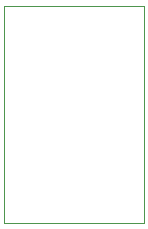
<source format=gbr>
%TF.GenerationSoftware,KiCad,Pcbnew,7.0.6-7.0.6~ubuntu22.04.1*%
%TF.CreationDate,2023-08-02T18:39:05+01:00*%
%TF.ProjectId,working,776f726b-696e-4672-9e6b-696361645f70,rev?*%
%TF.SameCoordinates,Original*%
%TF.FileFunction,Other,User*%
%FSLAX46Y46*%
G04 Gerber Fmt 4.6, Leading zero omitted, Abs format (unit mm)*
G04 Created by KiCad (PCBNEW 7.0.6-7.0.6~ubuntu22.04.1) date 2023-08-02 18:39:05*
%MOMM*%
%LPD*%
G01*
G04 APERTURE LIST*
%ADD10C,0.050000*%
G04 APERTURE END LIST*
D10*
%TO.C,U1*%
X5930000Y-74200000D02*
X-5930000Y-74200000D01*
X5930000Y-55800000D02*
X5930000Y-74200000D01*
X-5930000Y-74200000D02*
X-5930000Y-55800000D01*
X-5930000Y-55800000D02*
X5930000Y-55800000D01*
%TD*%
M02*

</source>
